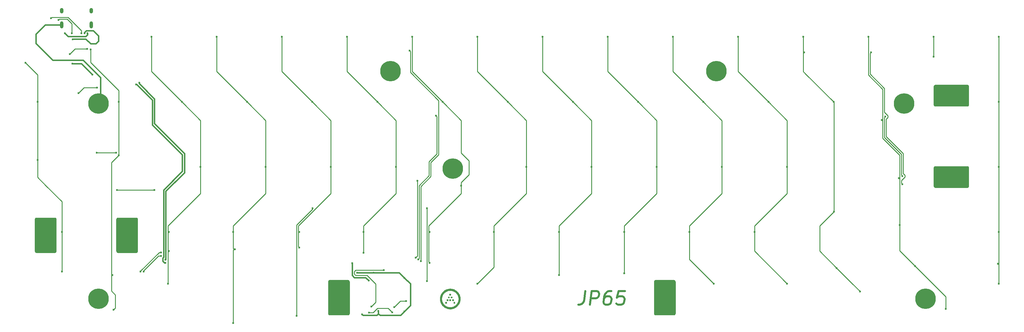
<source format=gtl>
G04 #@! TF.GenerationSoftware,KiCad,Pcbnew,(5.1.4)-1*
G04 #@! TF.CreationDate,2021-07-17T18:01:22+09:00*
G04 #@! TF.ProjectId,JP65,4a503635-2e6b-4696-9361-645f70636258,rev?*
G04 #@! TF.SameCoordinates,Original*
G04 #@! TF.FileFunction,Copper,L1,Top*
G04 #@! TF.FilePolarity,Positive*
%FSLAX46Y46*%
G04 Gerber Fmt 4.6, Leading zero omitted, Abs format (unit mm)*
G04 Created by KiCad (PCBNEW (5.1.4)-1) date 2021-07-17 18:01:22*
%MOMM*%
%LPD*%
G04 APERTURE LIST*
%ADD10C,0.600000*%
%ADD11C,0.010000*%
%ADD12C,6.000000*%
%ADD13O,1.000000X2.100000*%
%ADD14O,1.000000X1.600000*%
%ADD15C,0.600000*%
%ADD16C,0.254000*%
%ADD17C,0.381000*%
G04 APERTURE END LIST*
D10*
X291851464Y-255651273D02*
X291494321Y-258508416D01*
X291232416Y-259079845D01*
X290803845Y-259460797D01*
X290208607Y-259651273D01*
X289827654Y-259651273D01*
X293256226Y-259651273D02*
X293756226Y-255651273D01*
X295280035Y-255651273D01*
X295637178Y-255841750D01*
X295803845Y-256032226D01*
X295946702Y-256413178D01*
X295875273Y-256984607D01*
X295637178Y-257365559D01*
X295422892Y-257556035D01*
X295018130Y-257746511D01*
X293494321Y-257746511D01*
X299470511Y-255651273D02*
X298708607Y-255651273D01*
X298303845Y-255841750D01*
X298089559Y-256032226D01*
X297637178Y-256603654D01*
X297351464Y-257365559D01*
X297160988Y-258889369D01*
X297303845Y-259270321D01*
X297470511Y-259460797D01*
X297827654Y-259651273D01*
X298589559Y-259651273D01*
X298994321Y-259460797D01*
X299208607Y-259270321D01*
X299446702Y-258889369D01*
X299565750Y-257936988D01*
X299422892Y-257556035D01*
X299256226Y-257365559D01*
X298899083Y-257175083D01*
X298137178Y-257175083D01*
X297732416Y-257365559D01*
X297518130Y-257556035D01*
X297280035Y-257936988D01*
X303470511Y-255651273D02*
X301565750Y-255651273D01*
X301137178Y-257556035D01*
X301351464Y-257365559D01*
X301756226Y-257175083D01*
X302708607Y-257175083D01*
X303065750Y-257365559D01*
X303232416Y-257556035D01*
X303375273Y-257936988D01*
X303256226Y-258889369D01*
X303018130Y-259270321D01*
X302803845Y-259460797D01*
X302399083Y-259651273D01*
X301446702Y-259651273D01*
X301089559Y-259460797D01*
X300922892Y-259270321D01*
D11*
G36*
X252603000Y-256889250D02*
G01*
X252198188Y-256889250D01*
X252198188Y-256484438D01*
X252603000Y-256484438D01*
X252603000Y-256889250D01*
X252603000Y-256889250D01*
G37*
X252603000Y-256889250D02*
X252198188Y-256889250D01*
X252198188Y-256484438D01*
X252603000Y-256484438D01*
X252603000Y-256889250D01*
G36*
X253007813Y-257675063D02*
G01*
X252603000Y-257675063D01*
X252603000Y-257294063D01*
X253007813Y-257294063D01*
X253007813Y-257675063D01*
X253007813Y-257675063D01*
G37*
X253007813Y-257675063D02*
X252603000Y-257675063D01*
X252603000Y-257294063D01*
X253007813Y-257294063D01*
X253007813Y-257675063D01*
G36*
X252198188Y-257675063D02*
G01*
X251817188Y-257675063D01*
X251817188Y-257294063D01*
X252198188Y-257294063D01*
X252198188Y-257675063D01*
X252198188Y-257675063D01*
G37*
X252198188Y-257675063D02*
X251817188Y-257675063D01*
X251817188Y-257294063D01*
X252198188Y-257294063D01*
X252198188Y-257675063D01*
G36*
X253388813Y-258484688D02*
G01*
X253007813Y-258484688D01*
X253007813Y-258079875D01*
X253388813Y-258079875D01*
X253388813Y-258484688D01*
X253388813Y-258484688D01*
G37*
X253388813Y-258484688D02*
X253007813Y-258484688D01*
X253007813Y-258079875D01*
X253388813Y-258079875D01*
X253388813Y-258484688D01*
G36*
X252603000Y-258484688D02*
G01*
X252198188Y-258484688D01*
X252198188Y-258079875D01*
X252603000Y-258079875D01*
X252603000Y-258484688D01*
X252603000Y-258484688D01*
G37*
X252603000Y-258484688D02*
X252198188Y-258484688D01*
X252198188Y-258079875D01*
X252603000Y-258079875D01*
X252603000Y-258484688D01*
G36*
X251817188Y-258484688D02*
G01*
X251412375Y-258484688D01*
X251412375Y-258079875D01*
X251817188Y-258079875D01*
X251817188Y-258484688D01*
X251817188Y-258484688D01*
G37*
X251817188Y-258484688D02*
X251412375Y-258484688D01*
X251412375Y-258079875D01*
X251817188Y-258079875D01*
X251817188Y-258484688D01*
G36*
X253793625Y-259270500D02*
G01*
X253388813Y-259270500D01*
X253388813Y-258865688D01*
X253793625Y-258865688D01*
X253793625Y-259270500D01*
X253793625Y-259270500D01*
G37*
X253793625Y-259270500D02*
X253388813Y-259270500D01*
X253388813Y-258865688D01*
X253793625Y-258865688D01*
X253793625Y-259270500D01*
G36*
X251412375Y-259270500D02*
G01*
X251007563Y-259270500D01*
X251007563Y-258865688D01*
X251412375Y-258865688D01*
X251412375Y-259270500D01*
X251412375Y-259270500D01*
G37*
X251412375Y-259270500D02*
X251007563Y-259270500D01*
X251007563Y-258865688D01*
X251412375Y-258865688D01*
X251412375Y-259270500D01*
G36*
X252416469Y-254996795D02*
G01*
X252540587Y-254998165D01*
X252652299Y-255002322D01*
X252754892Y-255009669D01*
X252851656Y-255020610D01*
X252945878Y-255035548D01*
X253040847Y-255054887D01*
X253139851Y-255079031D01*
X253185130Y-255091168D01*
X253393677Y-255156406D01*
X253595765Y-255235742D01*
X253790628Y-255328778D01*
X253977499Y-255435118D01*
X254155614Y-255554366D01*
X254307760Y-255672367D01*
X254465428Y-255813092D01*
X254612765Y-255964537D01*
X254749086Y-256125635D01*
X254873708Y-256295317D01*
X254985947Y-256472516D01*
X255085120Y-256656166D01*
X255170542Y-256845197D01*
X255241530Y-257038543D01*
X255290284Y-257206553D01*
X255323355Y-257346539D01*
X255348715Y-257478475D01*
X255367107Y-257607747D01*
X255379275Y-257739743D01*
X255385961Y-257879850D01*
X255386614Y-257905250D01*
X255383895Y-258123547D01*
X255365700Y-258338330D01*
X255332035Y-258549571D01*
X255282906Y-258757239D01*
X255218319Y-258961305D01*
X255154122Y-259125237D01*
X255126039Y-259190502D01*
X255101977Y-259244660D01*
X255080108Y-259291363D01*
X255058607Y-259334263D01*
X255035646Y-259377013D01*
X255009400Y-259423265D01*
X254980275Y-259472906D01*
X254861056Y-259659177D01*
X254730952Y-259833903D01*
X254589829Y-259997215D01*
X254437555Y-260149246D01*
X254273997Y-260290130D01*
X254099024Y-260419998D01*
X253916656Y-260536525D01*
X253863827Y-260567494D01*
X253817914Y-260593471D01*
X253775265Y-260616281D01*
X253732228Y-260637751D01*
X253685151Y-260659707D01*
X253630381Y-260683975D01*
X253568987Y-260710372D01*
X253472754Y-260749919D01*
X253384036Y-260782958D01*
X253296922Y-260811445D01*
X253205498Y-260837339D01*
X253122906Y-260858072D01*
X252958390Y-260893626D01*
X252801295Y-260919303D01*
X252647067Y-260935643D01*
X252491149Y-260943186D01*
X252400594Y-260943763D01*
X252349375Y-260943248D01*
X252301254Y-260942543D01*
X252259374Y-260941710D01*
X252226878Y-260940813D01*
X252206910Y-260939915D01*
X252206125Y-260939859D01*
X251989951Y-260915907D01*
X251777194Y-260876920D01*
X251568713Y-260823217D01*
X251365368Y-260755113D01*
X251168016Y-260672926D01*
X250977518Y-260576975D01*
X250794732Y-260467576D01*
X250643776Y-260362546D01*
X250470849Y-260224199D01*
X250310165Y-260075838D01*
X250161951Y-259917789D01*
X250026429Y-259750382D01*
X249903824Y-259573944D01*
X249794361Y-259388802D01*
X249698263Y-259195285D01*
X249615756Y-258993721D01*
X249547063Y-258784438D01*
X249534918Y-258741380D01*
X249508552Y-258639585D01*
X249487167Y-258543261D01*
X249470359Y-258449117D01*
X249457725Y-258353867D01*
X249448860Y-258254220D01*
X249443362Y-258146890D01*
X249440826Y-258028586D01*
X249440545Y-257972719D01*
X249441220Y-257917358D01*
X249973294Y-257917358D01*
X249973397Y-257997496D01*
X249975063Y-258077160D01*
X249978259Y-258152287D01*
X249982956Y-258218810D01*
X249986676Y-258254500D01*
X250018550Y-258451798D01*
X250065201Y-258643413D01*
X250126451Y-258828972D01*
X250202119Y-259008099D01*
X250292027Y-259180419D01*
X250395994Y-259345559D01*
X250513841Y-259503143D01*
X250645388Y-259652797D01*
X250667724Y-259676010D01*
X250801958Y-259803084D01*
X250947660Y-259921020D01*
X251102131Y-260027840D01*
X251262669Y-260121566D01*
X251308458Y-260145254D01*
X251382866Y-260181903D01*
X251448107Y-260212122D01*
X251508604Y-260237690D01*
X251568778Y-260260384D01*
X251633051Y-260281983D01*
X251698125Y-260301977D01*
X251887338Y-260351390D01*
X252073089Y-260385841D01*
X252256827Y-260405464D01*
X252440003Y-260410392D01*
X252624064Y-260400761D01*
X252690606Y-260393781D01*
X252877938Y-260364837D01*
X253057519Y-260323028D01*
X253231857Y-260267604D01*
X253403459Y-260197814D01*
X253500416Y-260151616D01*
X253671048Y-260058197D01*
X253830464Y-259954462D01*
X253979422Y-259839724D01*
X254118679Y-259713300D01*
X254248994Y-259574504D01*
X254371124Y-259422653D01*
X254479392Y-259267009D01*
X254504518Y-259225818D01*
X254533841Y-259173690D01*
X254565541Y-259114246D01*
X254597799Y-259051106D01*
X254628793Y-258987890D01*
X254656706Y-258928217D01*
X254679715Y-258875707D01*
X254693153Y-258841875D01*
X254756020Y-258650334D01*
X254803416Y-258457595D01*
X254835300Y-258264200D01*
X254851630Y-258070690D01*
X254852368Y-257877607D01*
X254837472Y-257685492D01*
X254806902Y-257494886D01*
X254797099Y-257448844D01*
X254763450Y-257312551D01*
X254725142Y-257186368D01*
X254680204Y-257064757D01*
X254626663Y-256942182D01*
X254589004Y-256864708D01*
X254495299Y-256695860D01*
X254388474Y-256535423D01*
X254269298Y-256384118D01*
X254138537Y-256242664D01*
X253996960Y-256111781D01*
X253845334Y-255992190D01*
X253684427Y-255884610D01*
X253515007Y-255789761D01*
X253370825Y-255722230D01*
X253199197Y-255655835D01*
X253026643Y-255603837D01*
X252851156Y-255565828D01*
X252670726Y-255541401D01*
X252483345Y-255530147D01*
X252420438Y-255529257D01*
X252222343Y-255535627D01*
X252030715Y-255556272D01*
X251844781Y-255591423D01*
X251663765Y-255641317D01*
X251486894Y-255706185D01*
X251313394Y-255786263D01*
X251142491Y-255881785D01*
X251041794Y-255945994D01*
X250902361Y-256047522D01*
X250768163Y-256162028D01*
X250640841Y-256287589D01*
X250522035Y-256422281D01*
X250413386Y-256564181D01*
X250316535Y-256711365D01*
X250233122Y-256861911D01*
X250198326Y-256934830D01*
X250136923Y-257079689D01*
X250086692Y-257218928D01*
X250046435Y-257356876D01*
X250014956Y-257497864D01*
X249991056Y-257646221D01*
X249982655Y-257714750D01*
X249977892Y-257771920D01*
X249974782Y-257840811D01*
X249973294Y-257917358D01*
X249441220Y-257917358D01*
X249442290Y-257829723D01*
X249448164Y-257698856D01*
X249458738Y-257576775D01*
X249474585Y-257460135D01*
X249496277Y-257345594D01*
X249524387Y-257229809D01*
X249559486Y-257109437D01*
X249602147Y-256981134D01*
X249617841Y-256936875D01*
X249696226Y-256742156D01*
X249789066Y-256553822D01*
X249896172Y-256372135D01*
X250017352Y-256197358D01*
X250152417Y-256029753D01*
X250301174Y-255869583D01*
X250463433Y-255717110D01*
X250570271Y-255626929D01*
X250656100Y-255561436D01*
X250753639Y-255494110D01*
X250859248Y-255427162D01*
X250969286Y-255362805D01*
X251080113Y-255303250D01*
X251188089Y-255250708D01*
X251194094Y-255247965D01*
X251264054Y-255218092D01*
X251345235Y-255186706D01*
X251433267Y-255155286D01*
X251523779Y-255125312D01*
X251612401Y-255098261D01*
X251694764Y-255075614D01*
X251726650Y-255067721D01*
X251819875Y-255046953D01*
X251908849Y-255030293D01*
X251996853Y-255017402D01*
X252087169Y-255007945D01*
X252183078Y-255001582D01*
X252287860Y-254997978D01*
X252404795Y-254996794D01*
X252416469Y-254996795D01*
X252416469Y-254996795D01*
G37*
X252416469Y-254996795D02*
X252540587Y-254998165D01*
X252652299Y-255002322D01*
X252754892Y-255009669D01*
X252851656Y-255020610D01*
X252945878Y-255035548D01*
X253040847Y-255054887D01*
X253139851Y-255079031D01*
X253185130Y-255091168D01*
X253393677Y-255156406D01*
X253595765Y-255235742D01*
X253790628Y-255328778D01*
X253977499Y-255435118D01*
X254155614Y-255554366D01*
X254307760Y-255672367D01*
X254465428Y-255813092D01*
X254612765Y-255964537D01*
X254749086Y-256125635D01*
X254873708Y-256295317D01*
X254985947Y-256472516D01*
X255085120Y-256656166D01*
X255170542Y-256845197D01*
X255241530Y-257038543D01*
X255290284Y-257206553D01*
X255323355Y-257346539D01*
X255348715Y-257478475D01*
X255367107Y-257607747D01*
X255379275Y-257739743D01*
X255385961Y-257879850D01*
X255386614Y-257905250D01*
X255383895Y-258123547D01*
X255365700Y-258338330D01*
X255332035Y-258549571D01*
X255282906Y-258757239D01*
X255218319Y-258961305D01*
X255154122Y-259125237D01*
X255126039Y-259190502D01*
X255101977Y-259244660D01*
X255080108Y-259291363D01*
X255058607Y-259334263D01*
X255035646Y-259377013D01*
X255009400Y-259423265D01*
X254980275Y-259472906D01*
X254861056Y-259659177D01*
X254730952Y-259833903D01*
X254589829Y-259997215D01*
X254437555Y-260149246D01*
X254273997Y-260290130D01*
X254099024Y-260419998D01*
X253916656Y-260536525D01*
X253863827Y-260567494D01*
X253817914Y-260593471D01*
X253775265Y-260616281D01*
X253732228Y-260637751D01*
X253685151Y-260659707D01*
X253630381Y-260683975D01*
X253568987Y-260710372D01*
X253472754Y-260749919D01*
X253384036Y-260782958D01*
X253296922Y-260811445D01*
X253205498Y-260837339D01*
X253122906Y-260858072D01*
X252958390Y-260893626D01*
X252801295Y-260919303D01*
X252647067Y-260935643D01*
X252491149Y-260943186D01*
X252400594Y-260943763D01*
X252349375Y-260943248D01*
X252301254Y-260942543D01*
X252259374Y-260941710D01*
X252226878Y-260940813D01*
X252206910Y-260939915D01*
X252206125Y-260939859D01*
X251989951Y-260915907D01*
X251777194Y-260876920D01*
X251568713Y-260823217D01*
X251365368Y-260755113D01*
X251168016Y-260672926D01*
X250977518Y-260576975D01*
X250794732Y-260467576D01*
X250643776Y-260362546D01*
X250470849Y-260224199D01*
X250310165Y-260075838D01*
X250161951Y-259917789D01*
X250026429Y-259750382D01*
X249903824Y-259573944D01*
X249794361Y-259388802D01*
X249698263Y-259195285D01*
X249615756Y-258993721D01*
X249547063Y-258784438D01*
X249534918Y-258741380D01*
X249508552Y-258639585D01*
X249487167Y-258543261D01*
X249470359Y-258449117D01*
X249457725Y-258353867D01*
X249448860Y-258254220D01*
X249443362Y-258146890D01*
X249440826Y-258028586D01*
X249440545Y-257972719D01*
X249441220Y-257917358D01*
X249973294Y-257917358D01*
X249973397Y-257997496D01*
X249975063Y-258077160D01*
X249978259Y-258152287D01*
X249982956Y-258218810D01*
X249986676Y-258254500D01*
X250018550Y-258451798D01*
X250065201Y-258643413D01*
X250126451Y-258828972D01*
X250202119Y-259008099D01*
X250292027Y-259180419D01*
X250395994Y-259345559D01*
X250513841Y-259503143D01*
X250645388Y-259652797D01*
X250667724Y-259676010D01*
X250801958Y-259803084D01*
X250947660Y-259921020D01*
X251102131Y-260027840D01*
X251262669Y-260121566D01*
X251308458Y-260145254D01*
X251382866Y-260181903D01*
X251448107Y-260212122D01*
X251508604Y-260237690D01*
X251568778Y-260260384D01*
X251633051Y-260281983D01*
X251698125Y-260301977D01*
X251887338Y-260351390D01*
X252073089Y-260385841D01*
X252256827Y-260405464D01*
X252440003Y-260410392D01*
X252624064Y-260400761D01*
X252690606Y-260393781D01*
X252877938Y-260364837D01*
X253057519Y-260323028D01*
X253231857Y-260267604D01*
X253403459Y-260197814D01*
X253500416Y-260151616D01*
X253671048Y-260058197D01*
X253830464Y-259954462D01*
X253979422Y-259839724D01*
X254118679Y-259713300D01*
X254248994Y-259574504D01*
X254371124Y-259422653D01*
X254479392Y-259267009D01*
X254504518Y-259225818D01*
X254533841Y-259173690D01*
X254565541Y-259114246D01*
X254597799Y-259051106D01*
X254628793Y-258987890D01*
X254656706Y-258928217D01*
X254679715Y-258875707D01*
X254693153Y-258841875D01*
X254756020Y-258650334D01*
X254803416Y-258457595D01*
X254835300Y-258264200D01*
X254851630Y-258070690D01*
X254852368Y-257877607D01*
X254837472Y-257685492D01*
X254806902Y-257494886D01*
X254797099Y-257448844D01*
X254763450Y-257312551D01*
X254725142Y-257186368D01*
X254680204Y-257064757D01*
X254626663Y-256942182D01*
X254589004Y-256864708D01*
X254495299Y-256695860D01*
X254388474Y-256535423D01*
X254269298Y-256384118D01*
X254138537Y-256242664D01*
X253996960Y-256111781D01*
X253845334Y-255992190D01*
X253684427Y-255884610D01*
X253515007Y-255789761D01*
X253370825Y-255722230D01*
X253199197Y-255655835D01*
X253026643Y-255603837D01*
X252851156Y-255565828D01*
X252670726Y-255541401D01*
X252483345Y-255530147D01*
X252420438Y-255529257D01*
X252222343Y-255535627D01*
X252030715Y-255556272D01*
X251844781Y-255591423D01*
X251663765Y-255641317D01*
X251486894Y-255706185D01*
X251313394Y-255786263D01*
X251142491Y-255881785D01*
X251041794Y-255945994D01*
X250902361Y-256047522D01*
X250768163Y-256162028D01*
X250640841Y-256287589D01*
X250522035Y-256422281D01*
X250413386Y-256564181D01*
X250316535Y-256711365D01*
X250233122Y-256861911D01*
X250198326Y-256934830D01*
X250136923Y-257079689D01*
X250086692Y-257218928D01*
X250046435Y-257356876D01*
X250014956Y-257497864D01*
X249991056Y-257646221D01*
X249982655Y-257714750D01*
X249977892Y-257771920D01*
X249974782Y-257840811D01*
X249973294Y-257917358D01*
X249441220Y-257917358D01*
X249442290Y-257829723D01*
X249448164Y-257698856D01*
X249458738Y-257576775D01*
X249474585Y-257460135D01*
X249496277Y-257345594D01*
X249524387Y-257229809D01*
X249559486Y-257109437D01*
X249602147Y-256981134D01*
X249617841Y-256936875D01*
X249696226Y-256742156D01*
X249789066Y-256553822D01*
X249896172Y-256372135D01*
X250017352Y-256197358D01*
X250152417Y-256029753D01*
X250301174Y-255869583D01*
X250463433Y-255717110D01*
X250570271Y-255626929D01*
X250656100Y-255561436D01*
X250753639Y-255494110D01*
X250859248Y-255427162D01*
X250969286Y-255362805D01*
X251080113Y-255303250D01*
X251188089Y-255250708D01*
X251194094Y-255247965D01*
X251264054Y-255218092D01*
X251345235Y-255186706D01*
X251433267Y-255155286D01*
X251523779Y-255125312D01*
X251612401Y-255098261D01*
X251694764Y-255075614D01*
X251726650Y-255067721D01*
X251819875Y-255046953D01*
X251908849Y-255030293D01*
X251996853Y-255017402D01*
X252087169Y-255007945D01*
X252183078Y-255001582D01*
X252287860Y-254997978D01*
X252404795Y-254996794D01*
X252416469Y-254996795D01*
D12*
X385066250Y-200818750D03*
X391336250Y-257968750D03*
X330200000Y-191293750D03*
X253206250Y-219868750D03*
X234950000Y-191293750D03*
X149616250Y-257958750D03*
X149616250Y-200818750D03*
D13*
X138872500Y-177747400D03*
X147512500Y-177747400D03*
D14*
X138872500Y-173567400D03*
X147512500Y-173567400D03*
D15*
X241300000Y-181229000D03*
X250190000Y-200279000D03*
X246380000Y-247396000D03*
X246380000Y-238379000D03*
X255651000Y-224790000D03*
X231457500Y-261461250D03*
X230060500Y-250285250D03*
X239077500Y-251809250D03*
X226695000Y-262509000D03*
X160655000Y-195199000D03*
X169164000Y-247396000D03*
X239029875Y-261635875D03*
X225202750Y-250285250D03*
X260350000Y-181229000D03*
X274701000Y-219329000D03*
X265176000Y-238379000D03*
X260350000Y-253492000D03*
X269240000Y-200279000D03*
X128270000Y-188849000D03*
X131826000Y-200279000D03*
X138938000Y-238379000D03*
X131826000Y-217297000D03*
X167894000Y-244348000D03*
X161925000Y-249936000D03*
X138938000Y-249936000D03*
X243840000Y-246888000D03*
X240538000Y-185293000D03*
X141224000Y-186309000D03*
X146304000Y-184785000D03*
X379603000Y-204597000D03*
X384556000Y-221996000D03*
X243078000Y-246380000D03*
X248285000Y-204343000D03*
X143764000Y-197739000D03*
X149225000Y-196088000D03*
X154813000Y-215138000D03*
X149098000Y-215138000D03*
X155067000Y-226060000D03*
X165989000Y-226060000D03*
X384556000Y-224409000D03*
X375412000Y-185801000D03*
X242316000Y-245872000D03*
X242824000Y-223393000D03*
X236093000Y-260350000D03*
X239522000Y-258572000D03*
X245618000Y-252730000D03*
X245618000Y-231394000D03*
X212217000Y-231394000D03*
X207518000Y-262890000D03*
X167894000Y-245364000D03*
X155575000Y-200279000D03*
X147320000Y-184912000D03*
X155575000Y-215900000D03*
X162814000Y-249936000D03*
X154051000Y-261112000D03*
X153670000Y-250952000D03*
X165100000Y-181229000D03*
X179451000Y-219329000D03*
X169926000Y-253492000D03*
X173990000Y-200279000D03*
X170180000Y-238379000D03*
X170180000Y-243967000D03*
X222250000Y-181229000D03*
X236601000Y-219329000D03*
X227076000Y-238379000D03*
X231140000Y-200279000D03*
X227076000Y-244475000D03*
X184150000Y-181229000D03*
X198501000Y-219329000D03*
X188976000Y-238379000D03*
X193040000Y-200279000D03*
X189484000Y-243459000D03*
X188976000Y-265049000D03*
X203200000Y-181229000D03*
X217551000Y-219329000D03*
X212090000Y-200279000D03*
X208280000Y-238379000D03*
X208280000Y-242951000D03*
X279400000Y-181229000D03*
X293751000Y-219329000D03*
X284226000Y-238379000D03*
X288290000Y-200279000D03*
X284226000Y-250952000D03*
X139827000Y-180213000D03*
X146431000Y-180213000D03*
X161544000Y-194691000D03*
X228600000Y-252603000D03*
X169164000Y-246507000D03*
X223774000Y-247523000D03*
X298450000Y-181229000D03*
X312801000Y-219329000D03*
X303276000Y-238379000D03*
X307340000Y-200279000D03*
X303276000Y-250444000D03*
X317500000Y-181229000D03*
X331851000Y-219329000D03*
X322326000Y-238379000D03*
X326390000Y-200279000D03*
X329438000Y-253492000D03*
X336550000Y-181229000D03*
X350901000Y-219329000D03*
X341376000Y-238379000D03*
X345440000Y-200279000D03*
X350901000Y-253492000D03*
X355600000Y-181229000D03*
X364490000Y-200279000D03*
X393700000Y-181229000D03*
X393700000Y-187071000D03*
X355854000Y-185801000D03*
X364617000Y-232410000D03*
X372237000Y-255778000D03*
X365379000Y-248920000D03*
X374650000Y-181229000D03*
X378587000Y-205613000D03*
X383540000Y-222631000D03*
X397256000Y-260858000D03*
X383794000Y-236347000D03*
X388302500Y-248348500D03*
X235521500Y-261937500D03*
X228727000Y-262001000D03*
X147828000Y-192278000D03*
X141986000Y-189103000D03*
X145542000Y-180213000D03*
X142113000Y-181991000D03*
X144653000Y-180213000D03*
X135763000Y-175768000D03*
X141859000Y-180213000D03*
X137922000Y-176276000D03*
X412750000Y-181229000D03*
X412750000Y-200279000D03*
X412750000Y-219329000D03*
X412750000Y-238379000D03*
X412750000Y-253492000D03*
X229362000Y-260223000D03*
X233045000Y-249555000D03*
X412496000Y-247650000D03*
D16*
X241300000Y-181229000D02*
X241300000Y-181991000D01*
X241300000Y-181991000D02*
X241300000Y-191389000D01*
X246380000Y-247396000D02*
X246126000Y-247142000D01*
X246126000Y-238633000D02*
X246126000Y-238760000D01*
X246380000Y-238379000D02*
X246126000Y-238633000D01*
X246126000Y-247142000D02*
X246126000Y-238760000D01*
X246126000Y-238125000D02*
X246380000Y-238379000D01*
X246126000Y-237998000D02*
X246126000Y-238125000D01*
X246126000Y-238760000D02*
X246126000Y-237998000D01*
X246126000Y-237998000D02*
X246126000Y-236601000D01*
X257937000Y-217551000D02*
X255651000Y-215265000D01*
X255651000Y-224790000D02*
X255651000Y-223901000D01*
X255651000Y-205740000D02*
X250888500Y-200977500D01*
X257937000Y-221615000D02*
X257937000Y-217551000D01*
X250888500Y-200977500D02*
X250190000Y-200279000D01*
X255651000Y-215265000D02*
X255651000Y-205740000D01*
X255651000Y-223901000D02*
X257937000Y-221615000D01*
X255651000Y-227076000D02*
X255651000Y-224790000D01*
X246126000Y-236601000D02*
X255651000Y-227076000D01*
X241300000Y-191389000D02*
X250190000Y-200279000D01*
D17*
X237553500Y-250285250D02*
X239077500Y-251809250D01*
X230060500Y-250285250D02*
X237553500Y-250285250D01*
X231457500Y-262318500D02*
X231457500Y-261461250D01*
X231902000Y-262763000D02*
X231457500Y-262318500D01*
X237902750Y-262763000D02*
X231902000Y-262763000D01*
X226949000Y-262763000D02*
X226695000Y-262509000D01*
X231457500Y-262318500D02*
X231013000Y-262763000D01*
X231013000Y-262763000D02*
X226949000Y-262763000D01*
X168656000Y-226060000D02*
X168656000Y-245745000D01*
X160782000Y-195199000D02*
X165354000Y-199771000D01*
X160655000Y-195199000D02*
X160782000Y-195199000D01*
X165354000Y-199771000D02*
X165354000Y-207010000D01*
X165354000Y-207010000D02*
X174117000Y-215773000D01*
X174117000Y-215773000D02*
X174117000Y-220599000D01*
X174117000Y-220599000D02*
X168656000Y-226060000D01*
X168402000Y-245999000D02*
X168402000Y-246888000D01*
X168656000Y-245745000D02*
X168402000Y-245999000D01*
X168402000Y-246888000D02*
X168910000Y-247396000D01*
X168910000Y-247396000D02*
X169164000Y-247396000D01*
X240792000Y-253523750D02*
X239077500Y-251809250D01*
X239204500Y-261461250D02*
X240792000Y-259873750D01*
X240792000Y-259873750D02*
X240792000Y-253523750D01*
X239204500Y-261461250D02*
X239029875Y-261635875D01*
X239029875Y-261635875D02*
X237902750Y-262763000D01*
X228441250Y-250285250D02*
X225202750Y-250285250D01*
X228441250Y-250285250D02*
X230060500Y-250285250D01*
D16*
X260350000Y-181229000D02*
X260350000Y-181737000D01*
X260350000Y-181737000D02*
X260350000Y-191389000D01*
X274701000Y-205740000D02*
X274701000Y-219329000D01*
X269938500Y-200977500D02*
X274701000Y-205740000D01*
X274701000Y-219329000D02*
X274701000Y-227076000D01*
X274701000Y-227076000D02*
X265176000Y-236601000D01*
X265176000Y-236601000D02*
X265176000Y-238379000D01*
X265176000Y-238379000D02*
X265176000Y-248666000D01*
X265176000Y-248666000D02*
X260350000Y-253492000D01*
X260350000Y-191389000D02*
X269240000Y-200279000D01*
X269240000Y-200279000D02*
X269938500Y-200977500D01*
X128270000Y-188849000D02*
X131826000Y-192405000D01*
X131826000Y-192405000D02*
X131826000Y-200279000D01*
X131826000Y-200279000D02*
X131826000Y-216916000D01*
X134239000Y-224790000D02*
X138938000Y-229489000D01*
X138938000Y-229489000D02*
X138938000Y-238379000D01*
X131826000Y-216916000D02*
X131826000Y-217297000D01*
X131826000Y-222377000D02*
X134239000Y-224790000D01*
X131826000Y-217297000D02*
X131826000Y-222377000D01*
X138938000Y-238379000D02*
X138938000Y-248285000D01*
X138938000Y-248285000D02*
X138938000Y-249936000D01*
X167386000Y-244348000D02*
X167894000Y-244348000D01*
X161925000Y-249936000D02*
X161925000Y-249809000D01*
X161925000Y-249809000D02*
X167386000Y-244348000D01*
X243840000Y-246126000D02*
X243840000Y-246888000D01*
X243840000Y-225044000D02*
X243840000Y-246126000D01*
X240792000Y-185547000D02*
X240792000Y-191643000D01*
X246761000Y-222123000D02*
X243840000Y-225044000D01*
X240538000Y-185293000D02*
X240792000Y-185547000D01*
X240792000Y-191643000D02*
X249047000Y-199898000D01*
X249047000Y-199898000D02*
X249047000Y-215773000D01*
X249047000Y-215773000D02*
X246761000Y-218059000D01*
X246761000Y-218059000D02*
X246761000Y-222123000D01*
X141224000Y-186309000D02*
X142748000Y-184785000D01*
X142748000Y-184785000D02*
X146304000Y-184785000D01*
X384302000Y-215646000D02*
X379349000Y-210693000D01*
X379349000Y-204851000D02*
X379603000Y-204597000D01*
X379349000Y-205613000D02*
X379349000Y-204851000D01*
X379349000Y-210693000D02*
X379349000Y-205613000D01*
X384302000Y-221742000D02*
X384302000Y-221488000D01*
X384556000Y-221996000D02*
X384302000Y-221742000D01*
X384302000Y-221488000D02*
X384302000Y-215646000D01*
X243332000Y-246126000D02*
X243078000Y-246380000D01*
X248539000Y-204597000D02*
X248539000Y-215519000D01*
X248285000Y-204343000D02*
X248539000Y-204597000D01*
X248539000Y-215519000D02*
X246253000Y-217805000D01*
X246253000Y-217805000D02*
X246253000Y-221869000D01*
X246253000Y-221869000D02*
X243332000Y-224790000D01*
X243332000Y-224790000D02*
X243332000Y-246126000D01*
X143764000Y-197739000D02*
X144399000Y-197104000D01*
X144399000Y-197104000D02*
X145415000Y-196088000D01*
X145415000Y-196088000D02*
X149225000Y-196088000D01*
X154813000Y-215138000D02*
X149098000Y-215138000D01*
X155067000Y-226060000D02*
X165989000Y-226060000D01*
X385318000Y-222250000D02*
X384302000Y-223266000D01*
X385318000Y-221742000D02*
X385318000Y-222250000D01*
X384810000Y-221234000D02*
X385318000Y-221742000D01*
X379857000Y-210439000D02*
X384810000Y-215392000D01*
X379857000Y-205359000D02*
X379857000Y-210439000D01*
X380365000Y-204851000D02*
X379857000Y-205359000D01*
X375412000Y-185801000D02*
X375158000Y-186055000D01*
X384302000Y-223266000D02*
X384302000Y-224155000D01*
X375158000Y-192151000D02*
X379349000Y-196342000D01*
X379349000Y-196342000D02*
X379349000Y-203327000D01*
X384810000Y-215392000D02*
X384810000Y-221234000D01*
X375158000Y-186055000D02*
X375158000Y-192151000D01*
X379349000Y-203327000D02*
X380365000Y-204343000D01*
X384302000Y-224155000D02*
X384556000Y-224409000D01*
X380365000Y-204343000D02*
X380365000Y-204851000D01*
X242824000Y-245364000D02*
X242316000Y-245872000D01*
X242824000Y-223393000D02*
X242824000Y-245364000D01*
X236093000Y-260350000D02*
X236728000Y-259715000D01*
X236728000Y-259715000D02*
X237236000Y-259207000D01*
X237236000Y-259207000D02*
X237871000Y-258572000D01*
X237871000Y-258572000D02*
X239522000Y-258572000D01*
X245618000Y-252730000D02*
X245618000Y-239776000D01*
X245618000Y-239776000D02*
X245618000Y-231394000D01*
X212217000Y-231394000D02*
X212217000Y-231648000D01*
X212217000Y-231648000D02*
X207518000Y-236347000D01*
X207518000Y-236347000D02*
X207518000Y-239522000D01*
X207518000Y-259969000D02*
X207518000Y-262890000D01*
X207518000Y-239522000D02*
X207518000Y-259969000D01*
X167513000Y-245364000D02*
X167894000Y-245364000D01*
X155575000Y-196977000D02*
X155575000Y-200279000D01*
X147320000Y-184912000D02*
X147320000Y-188722000D01*
X147320000Y-188722000D02*
X155575000Y-196977000D01*
X155575000Y-200279000D02*
X155575000Y-215900000D01*
X153416000Y-218059000D02*
X155575000Y-215900000D01*
X153416000Y-219456000D02*
X153416000Y-218059000D01*
X162814000Y-249936000D02*
X162814000Y-249682000D01*
X167132000Y-245364000D02*
X167513000Y-245364000D01*
X162814000Y-249682000D02*
X167132000Y-245364000D01*
X153416000Y-252857000D02*
X153416000Y-255651000D01*
X153416000Y-255651000D02*
X154559000Y-256794000D01*
X154559000Y-256794000D02*
X154559000Y-260604000D01*
X154559000Y-260604000D02*
X154051000Y-261112000D01*
X153670000Y-250952000D02*
X153416000Y-250698000D01*
X153416000Y-219456000D02*
X153416000Y-250698000D01*
X153416000Y-251206000D02*
X153670000Y-250952000D01*
X153416000Y-251587000D02*
X153416000Y-251206000D01*
X153416000Y-251587000D02*
X153416000Y-252857000D01*
X153416000Y-250698000D02*
X153416000Y-251587000D01*
X165100000Y-181229000D02*
X165100000Y-182118000D01*
X165100000Y-182118000D02*
X165100000Y-191389000D01*
X179451000Y-205740000D02*
X179451000Y-219329000D01*
X174688500Y-200977500D02*
X179451000Y-205740000D01*
X179451000Y-219329000D02*
X179451000Y-227076000D01*
X179451000Y-227076000D02*
X169926000Y-236601000D01*
X165100000Y-191389000D02*
X173990000Y-200279000D01*
X173990000Y-200279000D02*
X174688500Y-200977500D01*
X169926000Y-238125000D02*
X169926000Y-237744000D01*
X170180000Y-238379000D02*
X169926000Y-238125000D01*
X169926000Y-236601000D02*
X169926000Y-237744000D01*
X169926000Y-237744000D02*
X169926000Y-238379000D01*
X169926000Y-238633000D02*
X170180000Y-238379000D01*
X169926000Y-239014000D02*
X169926000Y-238633000D01*
X169926000Y-238379000D02*
X169926000Y-239014000D01*
X169926000Y-243332000D02*
X169926000Y-243586000D01*
X169926000Y-239014000D02*
X169926000Y-243332000D01*
X169926000Y-243713000D02*
X169926000Y-243332000D01*
X170180000Y-243967000D02*
X169926000Y-244221000D01*
X169926000Y-253492000D02*
X169926000Y-244221000D01*
X169926000Y-244221000D02*
X169926000Y-243713000D01*
X169926000Y-243713000D02*
X170180000Y-243967000D01*
X222250000Y-181229000D02*
X222250000Y-181737000D01*
X222250000Y-181737000D02*
X222250000Y-191389000D01*
X236601000Y-205740000D02*
X236601000Y-219329000D01*
X236601000Y-219329000D02*
X236601000Y-227076000D01*
X236601000Y-227076000D02*
X227076000Y-236601000D01*
X227076000Y-236601000D02*
X227076000Y-238379000D01*
X231838500Y-200977500D02*
X236601000Y-205740000D01*
X222250000Y-191389000D02*
X231140000Y-200279000D01*
X231140000Y-200279000D02*
X231838500Y-200977500D01*
X227076000Y-244475000D02*
X227076000Y-238379000D01*
X198501000Y-219329000D02*
X198501000Y-227076000D01*
X198501000Y-227076000D02*
X188976000Y-236601000D01*
X188976000Y-236601000D02*
X188976000Y-238379000D01*
X198501000Y-205740000D02*
X198501000Y-219329000D01*
X184150000Y-181229000D02*
X184150000Y-191389000D01*
X193738500Y-200977500D02*
X198501000Y-205740000D01*
X184150000Y-191389000D02*
X193040000Y-200279000D01*
X193040000Y-200279000D02*
X193738500Y-200977500D01*
X188976000Y-245745000D02*
X188976000Y-251079000D01*
X188976000Y-244221000D02*
X188976000Y-245745000D01*
X188976000Y-242951000D02*
X188976000Y-243205000D01*
X188976000Y-238379000D02*
X188976000Y-242951000D01*
X189230000Y-243459000D02*
X189484000Y-243459000D01*
X188976000Y-243205000D02*
X189230000Y-243459000D01*
X188976000Y-243713000D02*
X189230000Y-243459000D01*
X188976000Y-243967000D02*
X188976000Y-243713000D01*
X188976000Y-243967000D02*
X188976000Y-244221000D01*
X188976000Y-251079000D02*
X188976000Y-265049000D01*
X203200000Y-181229000D02*
X203200000Y-182118000D01*
X203200000Y-182118000D02*
X203200000Y-191389000D01*
X217551000Y-205740000D02*
X217551000Y-219329000D01*
X212788500Y-200977500D02*
X217551000Y-205740000D01*
X203200000Y-191389000D02*
X212090000Y-200279000D01*
X212090000Y-200279000D02*
X212788500Y-200977500D01*
X217551000Y-227076000D02*
X217551000Y-219329000D01*
X208026000Y-236601000D02*
X217551000Y-227076000D01*
X208026000Y-238125000D02*
X208026000Y-237998000D01*
X208280000Y-238379000D02*
X208026000Y-238125000D01*
X208026000Y-237998000D02*
X208026000Y-236601000D01*
X208026000Y-238633000D02*
X208280000Y-238379000D01*
X208026000Y-238887000D02*
X208026000Y-238633000D01*
X208026000Y-238887000D02*
X208026000Y-237998000D01*
X208026000Y-242697000D02*
X208280000Y-242951000D01*
X208026000Y-238887000D02*
X208026000Y-242697000D01*
X279400000Y-181229000D02*
X279400000Y-182245000D01*
X279400000Y-182245000D02*
X279400000Y-191389000D01*
X293751000Y-205740000D02*
X293751000Y-219329000D01*
X293751000Y-219329000D02*
X293751000Y-227076000D01*
X293751000Y-227076000D02*
X284226000Y-236601000D01*
X284226000Y-236601000D02*
X284226000Y-238379000D01*
X288988500Y-200977500D02*
X293751000Y-205740000D01*
X279400000Y-191389000D02*
X288290000Y-200279000D01*
X288290000Y-200279000D02*
X288988500Y-200977500D01*
X284226000Y-238379000D02*
X284226000Y-250952000D01*
D17*
X146431000Y-180594000D02*
X146431000Y-180213000D01*
X145923000Y-181102000D02*
X146431000Y-180594000D01*
X139827000Y-180213000D02*
X140716000Y-181102000D01*
X140716000Y-181102000D02*
X145923000Y-181102000D01*
X161544000Y-194945000D02*
X161544000Y-194691000D01*
X165989000Y-199390000D02*
X161544000Y-194945000D01*
X169291000Y-246380000D02*
X169291000Y-226441000D01*
X169164000Y-246507000D02*
X169291000Y-246380000D01*
X169291000Y-226441000D02*
X174752000Y-220980000D01*
X174752000Y-220980000D02*
X174752000Y-215392000D01*
X174752000Y-215392000D02*
X165989000Y-206629000D01*
X165989000Y-206629000D02*
X165989000Y-199390000D01*
X223774000Y-250063000D02*
X223774000Y-247523000D01*
X223774000Y-251079000D02*
X223774000Y-250063000D01*
X224409000Y-251714000D02*
X223774000Y-251079000D01*
X228600000Y-252603000D02*
X227711000Y-251714000D01*
X227711000Y-251714000D02*
X224409000Y-251714000D01*
D16*
X298450000Y-181229000D02*
X298450000Y-181737000D01*
X298450000Y-181737000D02*
X298450000Y-191389000D01*
X312801000Y-205740000D02*
X312801000Y-219329000D01*
X312801000Y-219329000D02*
X312801000Y-227076000D01*
X312801000Y-227076000D02*
X303276000Y-236601000D01*
X303276000Y-236601000D02*
X303276000Y-238379000D01*
X308038500Y-200977500D02*
X312801000Y-205740000D01*
X298450000Y-191389000D02*
X307340000Y-200279000D01*
X307340000Y-200279000D02*
X308038500Y-200977500D01*
X303276000Y-238379000D02*
X303276000Y-250444000D01*
X317500000Y-181229000D02*
X317500000Y-181610000D01*
X317500000Y-181610000D02*
X317500000Y-191389000D01*
X331851000Y-205740000D02*
X331851000Y-219329000D01*
X331851000Y-219329000D02*
X331851000Y-227076000D01*
X331851000Y-227076000D02*
X322326000Y-236601000D01*
X322326000Y-236601000D02*
X322326000Y-238379000D01*
X317500000Y-191389000D02*
X326390000Y-200279000D01*
X326390000Y-200279000D02*
X331851000Y-205740000D01*
X322326000Y-238379000D02*
X322326000Y-246380000D01*
X322326000Y-246380000D02*
X329438000Y-253492000D01*
X336550000Y-181229000D02*
X336550000Y-181737000D01*
X336550000Y-181737000D02*
X336550000Y-191389000D01*
X350901000Y-205740000D02*
X350901000Y-219329000D01*
X350901000Y-219329000D02*
X350901000Y-227076000D01*
X350901000Y-227076000D02*
X341376000Y-236601000D01*
X341376000Y-236601000D02*
X341376000Y-238379000D01*
X336550000Y-191389000D02*
X345440000Y-200279000D01*
X345440000Y-200279000D02*
X350901000Y-205740000D01*
X341376000Y-238379000D02*
X341376000Y-243967000D01*
X341376000Y-243967000D02*
X350901000Y-253492000D01*
X355600000Y-181229000D02*
X355600000Y-181737000D01*
X355600000Y-191389000D02*
X356235000Y-192024000D01*
X364617000Y-200406000D02*
X364617000Y-232410000D01*
X356235000Y-192024000D02*
X364490000Y-200279000D01*
X364490000Y-200279000D02*
X364617000Y-200406000D01*
X393700000Y-181229000D02*
X393700000Y-181610000D01*
X393700000Y-181610000D02*
X393700000Y-187071000D01*
X355600000Y-185547000D02*
X355600000Y-185420000D01*
X355854000Y-185801000D02*
X355600000Y-185547000D01*
X355600000Y-181737000D02*
X355600000Y-185420000D01*
X355600000Y-186055000D02*
X355854000Y-185801000D01*
X355600000Y-186055000D02*
X355600000Y-191389000D01*
X355600000Y-185420000D02*
X355600000Y-186055000D01*
X364617000Y-232410000D02*
X360426000Y-236601000D01*
X360426000Y-236601000D02*
X360426000Y-243967000D01*
X372110000Y-255651000D02*
X372237000Y-255778000D01*
X369951000Y-253492000D02*
X372110000Y-255651000D01*
X360426000Y-243967000D02*
X365379000Y-248920000D01*
X365379000Y-248920000D02*
X369951000Y-253492000D01*
X374650000Y-181229000D02*
X374650000Y-181864000D01*
X374650000Y-181864000D02*
X374650000Y-192405000D01*
X374650000Y-192405000D02*
X378841000Y-196596000D01*
X378841000Y-210947000D02*
X383794000Y-215900000D01*
X378841000Y-205359000D02*
X378841000Y-205232000D01*
X378587000Y-205613000D02*
X378841000Y-205359000D01*
X378841000Y-196596000D02*
X378841000Y-205232000D01*
X378841000Y-205867000D02*
X378587000Y-205613000D01*
X378841000Y-205994000D02*
X378841000Y-205867000D01*
X378841000Y-205994000D02*
X378841000Y-210947000D01*
X378841000Y-205232000D02*
X378841000Y-205994000D01*
X383540000Y-222631000D02*
X383794000Y-222377000D01*
X383794000Y-215900000D02*
X383794000Y-222377000D01*
X383794000Y-222885000D02*
X383540000Y-222631000D01*
X383794000Y-223266000D02*
X383794000Y-222885000D01*
X383794000Y-222377000D02*
X383794000Y-223266000D01*
X383794000Y-223266000D02*
X383794000Y-235839000D01*
X397256000Y-257302000D02*
X397256000Y-260858000D01*
X383794000Y-235839000D02*
X383794000Y-236347000D01*
X383794000Y-236347000D02*
X383794000Y-243840000D01*
X388302500Y-248348500D02*
X397256000Y-257302000D01*
X383794000Y-243840000D02*
X388302500Y-248348500D01*
X229870000Y-262001000D02*
X228727000Y-262001000D01*
X231140000Y-260731000D02*
X229870000Y-262001000D01*
X235521500Y-261937500D02*
X234315000Y-260731000D01*
X234315000Y-260731000D02*
X231140000Y-260731000D01*
D17*
X147828000Y-192278000D02*
X144653000Y-189103000D01*
X144653000Y-189103000D02*
X141986000Y-189103000D01*
X149606000Y-182499000D02*
X148844000Y-183261000D01*
X147320000Y-183261000D02*
X145923000Y-181864000D01*
X149606000Y-180975000D02*
X149606000Y-182499000D01*
X148082000Y-179451000D02*
X149606000Y-180975000D01*
X148844000Y-183261000D02*
X147320000Y-183261000D01*
X146050000Y-179451000D02*
X148082000Y-179451000D01*
X145542000Y-180213000D02*
X145542000Y-179959000D01*
X145542000Y-179959000D02*
X146050000Y-179451000D01*
X145923000Y-181864000D02*
X142240000Y-181864000D01*
X142240000Y-181864000D02*
X142113000Y-181991000D01*
X150193750Y-200468750D02*
X150193750Y-193119750D01*
X150193750Y-193119750D02*
X145161000Y-188087000D01*
X145161000Y-188087000D02*
X136271000Y-188087000D01*
X136271000Y-188087000D02*
X131318000Y-183134000D01*
X131318000Y-183134000D02*
X131318000Y-180467000D01*
X134037600Y-177747400D02*
X138872500Y-177747400D01*
X131318000Y-180467000D02*
X134037600Y-177747400D01*
D16*
X144653000Y-180213000D02*
X144653000Y-179451000D01*
X144653000Y-179451000D02*
X140716000Y-175514000D01*
X140716000Y-175514000D02*
X136017000Y-175514000D01*
X136017000Y-175514000D02*
X135763000Y-175768000D01*
X141859000Y-180213000D02*
X141859000Y-177419000D01*
X141859000Y-177419000D02*
X140462000Y-176022000D01*
X140462000Y-176022000D02*
X138176000Y-176022000D01*
X138176000Y-176022000D02*
X137922000Y-176276000D01*
X412750000Y-181229000D02*
X412750000Y-184023000D01*
X412750000Y-184023000D02*
X412750000Y-200279000D01*
X412750000Y-200279000D02*
X412750000Y-219329000D01*
X412750000Y-219329000D02*
X412750000Y-238379000D01*
X230632000Y-258953000D02*
X229362000Y-260223000D01*
X224790000Y-249555000D02*
X224409000Y-249936000D01*
X230632000Y-253619000D02*
X230632000Y-258953000D01*
X224409000Y-249936000D02*
X224409000Y-250698000D01*
X233045000Y-249555000D02*
X224790000Y-249555000D01*
X224409000Y-250698000D02*
X224790000Y-251079000D01*
X224790000Y-251079000D02*
X228092000Y-251079000D01*
X228092000Y-251079000D02*
X230632000Y-253619000D01*
X412750000Y-238379000D02*
X412750000Y-247269000D01*
X412750000Y-247396000D02*
X412496000Y-247650000D01*
X412750000Y-247269000D02*
X412750000Y-247396000D01*
X412750000Y-247904000D02*
X412496000Y-247650000D01*
X412750000Y-248158000D02*
X412750000Y-247904000D01*
X412750000Y-248158000D02*
X412750000Y-253492000D01*
X412750000Y-247269000D02*
X412750000Y-248158000D01*
G36*
X403615007Y-195403269D02*
G01*
X403704705Y-195440423D01*
X403781726Y-195499524D01*
X403840827Y-195576545D01*
X403877981Y-195666243D01*
X403891750Y-195770828D01*
X403891750Y-201104172D01*
X403877981Y-201208757D01*
X403840827Y-201298455D01*
X403781726Y-201375476D01*
X403704705Y-201434577D01*
X403615007Y-201471731D01*
X403510422Y-201485500D01*
X394208328Y-201485500D01*
X394103743Y-201471731D01*
X394014045Y-201434577D01*
X393937024Y-201375476D01*
X393877923Y-201298455D01*
X393840769Y-201208757D01*
X393827000Y-201104172D01*
X393827000Y-195770828D01*
X393840769Y-195666243D01*
X393877923Y-195576545D01*
X393937024Y-195499524D01*
X394014045Y-195440423D01*
X394103743Y-195403269D01*
X394208328Y-195389500D01*
X403510422Y-195389500D01*
X403615007Y-195403269D01*
X403615007Y-195403269D01*
G37*
X403615007Y-195403269D02*
X403704705Y-195440423D01*
X403781726Y-195499524D01*
X403840827Y-195576545D01*
X403877981Y-195666243D01*
X403891750Y-195770828D01*
X403891750Y-201104172D01*
X403877981Y-201208757D01*
X403840827Y-201298455D01*
X403781726Y-201375476D01*
X403704705Y-201434577D01*
X403615007Y-201471731D01*
X403510422Y-201485500D01*
X394208328Y-201485500D01*
X394103743Y-201471731D01*
X394014045Y-201434577D01*
X393937024Y-201375476D01*
X393877923Y-201298455D01*
X393840769Y-201208757D01*
X393827000Y-201104172D01*
X393827000Y-195770828D01*
X393840769Y-195666243D01*
X393877923Y-195576545D01*
X393937024Y-195499524D01*
X394014045Y-195440423D01*
X394103743Y-195403269D01*
X394208328Y-195389500D01*
X403510422Y-195389500D01*
X403615007Y-195403269D01*
G36*
X403615007Y-219215769D02*
G01*
X403704705Y-219252923D01*
X403781726Y-219312024D01*
X403840827Y-219389045D01*
X403877981Y-219478743D01*
X403891750Y-219583328D01*
X403891750Y-224916672D01*
X403877981Y-225021257D01*
X403840827Y-225110955D01*
X403781726Y-225187976D01*
X403704705Y-225247077D01*
X403615007Y-225284231D01*
X403510422Y-225298000D01*
X394208328Y-225298000D01*
X394103743Y-225284231D01*
X394014045Y-225247077D01*
X393937024Y-225187976D01*
X393877923Y-225110955D01*
X393840769Y-225021257D01*
X393827000Y-224916672D01*
X393827000Y-219583328D01*
X393840769Y-219478743D01*
X393877923Y-219389045D01*
X393937024Y-219312024D01*
X394014045Y-219252923D01*
X394103743Y-219215769D01*
X394208328Y-219202000D01*
X403510422Y-219202000D01*
X403615007Y-219215769D01*
X403615007Y-219215769D01*
G37*
X403615007Y-219215769D02*
X403704705Y-219252923D01*
X403781726Y-219312024D01*
X403840827Y-219389045D01*
X403877981Y-219478743D01*
X403891750Y-219583328D01*
X403891750Y-224916672D01*
X403877981Y-225021257D01*
X403840827Y-225110955D01*
X403781726Y-225187976D01*
X403704705Y-225247077D01*
X403615007Y-225284231D01*
X403510422Y-225298000D01*
X394208328Y-225298000D01*
X394103743Y-225284231D01*
X394014045Y-225247077D01*
X393937024Y-225187976D01*
X393877923Y-225110955D01*
X393840769Y-225021257D01*
X393827000Y-224916672D01*
X393827000Y-219583328D01*
X393840769Y-219478743D01*
X393877923Y-219389045D01*
X393937024Y-219312024D01*
X394014045Y-219252923D01*
X394103743Y-219215769D01*
X394208328Y-219202000D01*
X403510422Y-219202000D01*
X403615007Y-219215769D01*
G36*
X222640007Y-252553269D02*
G01*
X222729705Y-252590423D01*
X222806726Y-252649524D01*
X222865827Y-252726545D01*
X222902981Y-252816243D01*
X222916750Y-252920828D01*
X222916750Y-262222922D01*
X222902981Y-262327507D01*
X222865827Y-262417205D01*
X222806726Y-262494226D01*
X222729705Y-262553327D01*
X222640007Y-262590481D01*
X222535422Y-262604250D01*
X217202078Y-262604250D01*
X217097493Y-262590481D01*
X217007795Y-262553327D01*
X216930774Y-262494226D01*
X216871673Y-262417205D01*
X216834519Y-262327507D01*
X216820750Y-262222922D01*
X216820750Y-252920828D01*
X216834519Y-252816243D01*
X216871673Y-252726545D01*
X216930774Y-252649524D01*
X217007795Y-252590423D01*
X217097493Y-252553269D01*
X217202078Y-252539500D01*
X222535422Y-252539500D01*
X222640007Y-252553269D01*
X222640007Y-252553269D01*
G37*
X222640007Y-252553269D02*
X222729705Y-252590423D01*
X222806726Y-252649524D01*
X222865827Y-252726545D01*
X222902981Y-252816243D01*
X222916750Y-252920828D01*
X222916750Y-262222922D01*
X222902981Y-262327507D01*
X222865827Y-262417205D01*
X222806726Y-262494226D01*
X222729705Y-262553327D01*
X222640007Y-262590481D01*
X222535422Y-262604250D01*
X217202078Y-262604250D01*
X217097493Y-262590481D01*
X217007795Y-262553327D01*
X216930774Y-262494226D01*
X216871673Y-262417205D01*
X216834519Y-262327507D01*
X216820750Y-262222922D01*
X216820750Y-252920828D01*
X216834519Y-252816243D01*
X216871673Y-252726545D01*
X216930774Y-252649524D01*
X217007795Y-252590423D01*
X217097493Y-252553269D01*
X217202078Y-252539500D01*
X222535422Y-252539500D01*
X222640007Y-252553269D01*
G36*
X317890007Y-252553269D02*
G01*
X317979705Y-252590423D01*
X318056726Y-252649524D01*
X318115827Y-252726545D01*
X318152981Y-252816243D01*
X318166750Y-252920828D01*
X318166750Y-262222922D01*
X318152981Y-262327507D01*
X318115827Y-262417205D01*
X318056726Y-262494226D01*
X317979705Y-262553327D01*
X317890007Y-262590481D01*
X317785422Y-262604250D01*
X312452078Y-262604250D01*
X312347493Y-262590481D01*
X312257795Y-262553327D01*
X312180774Y-262494226D01*
X312121673Y-262417205D01*
X312084519Y-262327507D01*
X312070750Y-262222922D01*
X312070750Y-252920828D01*
X312084519Y-252816243D01*
X312121673Y-252726545D01*
X312180774Y-252649524D01*
X312257795Y-252590423D01*
X312347493Y-252553269D01*
X312452078Y-252539500D01*
X317785422Y-252539500D01*
X317890007Y-252553269D01*
X317890007Y-252553269D01*
G37*
X317890007Y-252553269D02*
X317979705Y-252590423D01*
X318056726Y-252649524D01*
X318115827Y-252726545D01*
X318152981Y-252816243D01*
X318166750Y-252920828D01*
X318166750Y-262222922D01*
X318152981Y-262327507D01*
X318115827Y-262417205D01*
X318056726Y-262494226D01*
X317979705Y-262553327D01*
X317890007Y-262590481D01*
X317785422Y-262604250D01*
X312452078Y-262604250D01*
X312347493Y-262590481D01*
X312257795Y-262553327D01*
X312180774Y-262494226D01*
X312121673Y-262417205D01*
X312084519Y-262327507D01*
X312070750Y-262222922D01*
X312070750Y-252920828D01*
X312084519Y-252816243D01*
X312121673Y-252726545D01*
X312180774Y-252649524D01*
X312257795Y-252590423D01*
X312347493Y-252553269D01*
X312452078Y-252539500D01*
X317785422Y-252539500D01*
X317890007Y-252553269D01*
G36*
X160727507Y-234297019D02*
G01*
X160817205Y-234334173D01*
X160894226Y-234393274D01*
X160953327Y-234470295D01*
X160990481Y-234559993D01*
X161004250Y-234664578D01*
X161004250Y-243966672D01*
X160990481Y-244071257D01*
X160953327Y-244160955D01*
X160894226Y-244237976D01*
X160817205Y-244297077D01*
X160727507Y-244334231D01*
X160622922Y-244348000D01*
X155289578Y-244348000D01*
X155184993Y-244334231D01*
X155095295Y-244297077D01*
X155018274Y-244237976D01*
X154959173Y-244160955D01*
X154922019Y-244071257D01*
X154908250Y-243966672D01*
X154908250Y-234664578D01*
X154922019Y-234559993D01*
X154959173Y-234470295D01*
X155018274Y-234393274D01*
X155095295Y-234334173D01*
X155184993Y-234297019D01*
X155289578Y-234283250D01*
X160622922Y-234283250D01*
X160727507Y-234297019D01*
X160727507Y-234297019D01*
G37*
X160727507Y-234297019D02*
X160817205Y-234334173D01*
X160894226Y-234393274D01*
X160953327Y-234470295D01*
X160990481Y-234559993D01*
X161004250Y-234664578D01*
X161004250Y-243966672D01*
X160990481Y-244071257D01*
X160953327Y-244160955D01*
X160894226Y-244237976D01*
X160817205Y-244297077D01*
X160727507Y-244334231D01*
X160622922Y-244348000D01*
X155289578Y-244348000D01*
X155184993Y-244334231D01*
X155095295Y-244297077D01*
X155018274Y-244237976D01*
X154959173Y-244160955D01*
X154922019Y-244071257D01*
X154908250Y-243966672D01*
X154908250Y-234664578D01*
X154922019Y-234559993D01*
X154959173Y-234470295D01*
X155018274Y-234393274D01*
X155095295Y-234334173D01*
X155184993Y-234297019D01*
X155289578Y-234283250D01*
X160622922Y-234283250D01*
X160727507Y-234297019D01*
G36*
X136915007Y-234297019D02*
G01*
X137004705Y-234334173D01*
X137081726Y-234393274D01*
X137140827Y-234470295D01*
X137177981Y-234559993D01*
X137191750Y-234664578D01*
X137191750Y-243966672D01*
X137177981Y-244071257D01*
X137140827Y-244160955D01*
X137081726Y-244237976D01*
X137004705Y-244297077D01*
X136915007Y-244334231D01*
X136810422Y-244348000D01*
X131477078Y-244348000D01*
X131372493Y-244334231D01*
X131282795Y-244297077D01*
X131205774Y-244237976D01*
X131146673Y-244160955D01*
X131109519Y-244071257D01*
X131095750Y-243966672D01*
X131095750Y-234664578D01*
X131109519Y-234559993D01*
X131146673Y-234470295D01*
X131205774Y-234393274D01*
X131282795Y-234334173D01*
X131372493Y-234297019D01*
X131477078Y-234283250D01*
X136810422Y-234283250D01*
X136915007Y-234297019D01*
X136915007Y-234297019D01*
G37*
X136915007Y-234297019D02*
X137004705Y-234334173D01*
X137081726Y-234393274D01*
X137140827Y-234470295D01*
X137177981Y-234559993D01*
X137191750Y-234664578D01*
X137191750Y-243966672D01*
X137177981Y-244071257D01*
X137140827Y-244160955D01*
X137081726Y-244237976D01*
X137004705Y-244297077D01*
X136915007Y-244334231D01*
X136810422Y-244348000D01*
X131477078Y-244348000D01*
X131372493Y-244334231D01*
X131282795Y-244297077D01*
X131205774Y-244237976D01*
X131146673Y-244160955D01*
X131109519Y-244071257D01*
X131095750Y-243966672D01*
X131095750Y-234664578D01*
X131109519Y-234559993D01*
X131146673Y-234470295D01*
X131205774Y-234393274D01*
X131282795Y-234334173D01*
X131372493Y-234297019D01*
X131477078Y-234283250D01*
X136810422Y-234283250D01*
X136915007Y-234297019D01*
M02*

</source>
